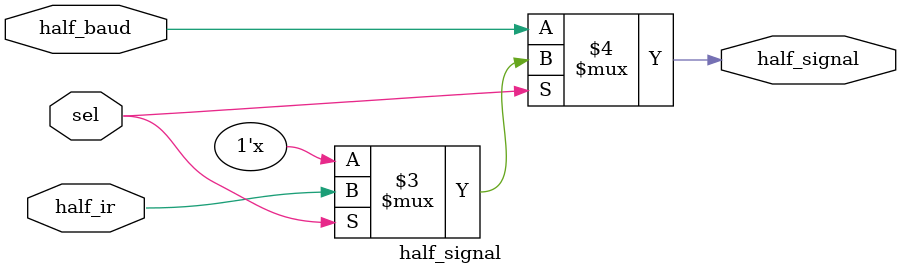
<source format=v>
module half_signal(
	input wire half_baud,
	input wire half_ir,
	input sel,
	output half_signal
);

	assign half_signal = (sel == 1'b0) ? half_baud:
								(sel == 1'b1) ? half_ir:
								1'bx;
endmodule

</source>
